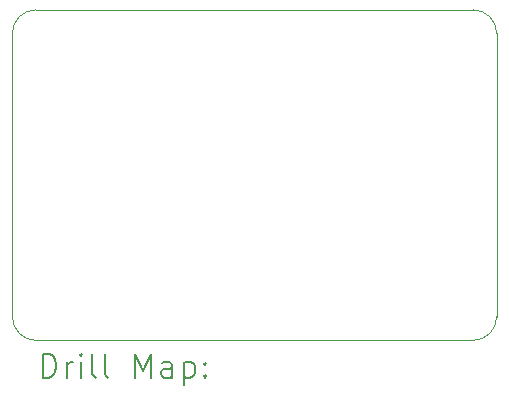
<source format=gbr>
%TF.GenerationSoftware,KiCad,Pcbnew,9.0.2-9.0.2-0~ubuntu24.04.1*%
%TF.CreationDate,2025-06-11T11:09:24+02:00*%
%TF.ProjectId,PCB_Affichage,5043425f-4166-4666-9963-686167652e6b,rev?*%
%TF.SameCoordinates,Original*%
%TF.FileFunction,Drillmap*%
%TF.FilePolarity,Positive*%
%FSLAX45Y45*%
G04 Gerber Fmt 4.5, Leading zero omitted, Abs format (unit mm)*
G04 Created by KiCad (PCBNEW 9.0.2-9.0.2-0~ubuntu24.04.1) date 2025-06-11 11:09:24*
%MOMM*%
%LPD*%
G01*
G04 APERTURE LIST*
%ADD10C,0.050000*%
%ADD11C,0.200000*%
G04 APERTURE END LIST*
D10*
X12600000Y-4600000D02*
G75*
G02*
X12800000Y-4800000I0J-200000D01*
G01*
X8700000Y-7200000D02*
X8700000Y-4800000D01*
X8900000Y-4600000D02*
X12600000Y-4600000D01*
X8900000Y-7400000D02*
G75*
G02*
X8700000Y-7200000I0J200000D01*
G01*
X12800000Y-7200000D02*
G75*
G02*
X12600000Y-7400000I-200000J0D01*
G01*
X8700000Y-4800000D02*
G75*
G02*
X8900000Y-4600000I200000J0D01*
G01*
X12800000Y-4800000D02*
X12800000Y-7200000D01*
X12600000Y-7400000D02*
X8900000Y-7400000D01*
D11*
X8958277Y-7713984D02*
X8958277Y-7513984D01*
X8958277Y-7513984D02*
X9005896Y-7513984D01*
X9005896Y-7513984D02*
X9034467Y-7523508D01*
X9034467Y-7523508D02*
X9053515Y-7542555D01*
X9053515Y-7542555D02*
X9063039Y-7561603D01*
X9063039Y-7561603D02*
X9072563Y-7599698D01*
X9072563Y-7599698D02*
X9072563Y-7628269D01*
X9072563Y-7628269D02*
X9063039Y-7666365D01*
X9063039Y-7666365D02*
X9053515Y-7685412D01*
X9053515Y-7685412D02*
X9034467Y-7704460D01*
X9034467Y-7704460D02*
X9005896Y-7713984D01*
X9005896Y-7713984D02*
X8958277Y-7713984D01*
X9158277Y-7713984D02*
X9158277Y-7580650D01*
X9158277Y-7618746D02*
X9167801Y-7599698D01*
X9167801Y-7599698D02*
X9177324Y-7590174D01*
X9177324Y-7590174D02*
X9196372Y-7580650D01*
X9196372Y-7580650D02*
X9215420Y-7580650D01*
X9282086Y-7713984D02*
X9282086Y-7580650D01*
X9282086Y-7513984D02*
X9272563Y-7523508D01*
X9272563Y-7523508D02*
X9282086Y-7533031D01*
X9282086Y-7533031D02*
X9291610Y-7523508D01*
X9291610Y-7523508D02*
X9282086Y-7513984D01*
X9282086Y-7513984D02*
X9282086Y-7533031D01*
X9405896Y-7713984D02*
X9386848Y-7704460D01*
X9386848Y-7704460D02*
X9377324Y-7685412D01*
X9377324Y-7685412D02*
X9377324Y-7513984D01*
X9510658Y-7713984D02*
X9491610Y-7704460D01*
X9491610Y-7704460D02*
X9482086Y-7685412D01*
X9482086Y-7685412D02*
X9482086Y-7513984D01*
X9739229Y-7713984D02*
X9739229Y-7513984D01*
X9739229Y-7513984D02*
X9805896Y-7656841D01*
X9805896Y-7656841D02*
X9872563Y-7513984D01*
X9872563Y-7513984D02*
X9872563Y-7713984D01*
X10053515Y-7713984D02*
X10053515Y-7609222D01*
X10053515Y-7609222D02*
X10043991Y-7590174D01*
X10043991Y-7590174D02*
X10024944Y-7580650D01*
X10024944Y-7580650D02*
X9986848Y-7580650D01*
X9986848Y-7580650D02*
X9967801Y-7590174D01*
X10053515Y-7704460D02*
X10034467Y-7713984D01*
X10034467Y-7713984D02*
X9986848Y-7713984D01*
X9986848Y-7713984D02*
X9967801Y-7704460D01*
X9967801Y-7704460D02*
X9958277Y-7685412D01*
X9958277Y-7685412D02*
X9958277Y-7666365D01*
X9958277Y-7666365D02*
X9967801Y-7647317D01*
X9967801Y-7647317D02*
X9986848Y-7637793D01*
X9986848Y-7637793D02*
X10034467Y-7637793D01*
X10034467Y-7637793D02*
X10053515Y-7628269D01*
X10148753Y-7580650D02*
X10148753Y-7780650D01*
X10148753Y-7590174D02*
X10167801Y-7580650D01*
X10167801Y-7580650D02*
X10205896Y-7580650D01*
X10205896Y-7580650D02*
X10224944Y-7590174D01*
X10224944Y-7590174D02*
X10234467Y-7599698D01*
X10234467Y-7599698D02*
X10243991Y-7618746D01*
X10243991Y-7618746D02*
X10243991Y-7675888D01*
X10243991Y-7675888D02*
X10234467Y-7694936D01*
X10234467Y-7694936D02*
X10224944Y-7704460D01*
X10224944Y-7704460D02*
X10205896Y-7713984D01*
X10205896Y-7713984D02*
X10167801Y-7713984D01*
X10167801Y-7713984D02*
X10148753Y-7704460D01*
X10329705Y-7694936D02*
X10339229Y-7704460D01*
X10339229Y-7704460D02*
X10329705Y-7713984D01*
X10329705Y-7713984D02*
X10320182Y-7704460D01*
X10320182Y-7704460D02*
X10329705Y-7694936D01*
X10329705Y-7694936D02*
X10329705Y-7713984D01*
X10329705Y-7590174D02*
X10339229Y-7599698D01*
X10339229Y-7599698D02*
X10329705Y-7609222D01*
X10329705Y-7609222D02*
X10320182Y-7599698D01*
X10320182Y-7599698D02*
X10329705Y-7590174D01*
X10329705Y-7590174D02*
X10329705Y-7609222D01*
M02*

</source>
